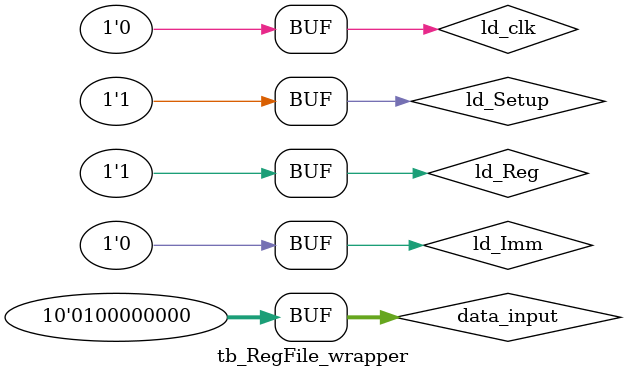
<source format=v>
`timescale 1ps/1ps
module tb_RegFile_wrapper();
	
	reg [9:0] data_input;
	reg ld_Reg;
	reg ld_Setup;
	reg ld_Imm; 
	reg ld_clk; 
	
	wire [4:0] Flags;
	wire [6:0] out1, out2, out3, out4;
	wire[15:0] RdestOut;
	
	
	RegFile_wrapper uut (
		.data_input(data_input),
		.ld_Reg(ld_Reg),
		.ld_Setup(ld_Setup),
		.ld_Imm(ld_Imm),
		.ld_clk(ld_clk),
		.Flags(Flags),
		.out1(out1),
		.out2(out2),
		.out3(out3), 
		.out4(out4),
		.RdestOut(RdestOut)
	);
	
	initial begin
		
		$display("Starting Regfile + ALU Wrapper Testbench");
		//rst all registers
		data_input = 10'b1000000000; 
		ld_Setup = 1;
		ld_clk = 1; 
		ld_Imm = 1;
		ld_Reg = 1;
		
		#5; 
		ld_Setup = 0;
		
		#5; 
		ld_Setup = 1;
		
		 
		
		 #10;
		//simulate actual user input ADD 8 to the first register
		data_input = 10'b0001000000; 
		ld_Reg = 0; 
		
		#10; 
		
		ld_Reg = 1;
		data_input = 10'b0110000000; 
		ld_Setup = 0;
			
		#10; 
		
		ld_Setup = 1;
		data_input = 10'b0100000000; 
		ld_Imm = 0;
		
		#10; 
		ld_Imm = 0;
		ld_clk = 0; 
		 
		 #10; 
		ld_clk = 1; 
		
		//step through again so its on the pos edge
		ld_clk = 0; 
		 #10; 
		ld_clk = 1; 
		#10;
		ld_clk = 0; 
		#10;
		ld_clk = 1;	
		#10;
		ld_clk = 0; 
		#10;
		
			
	end
	
endmodule

</source>
